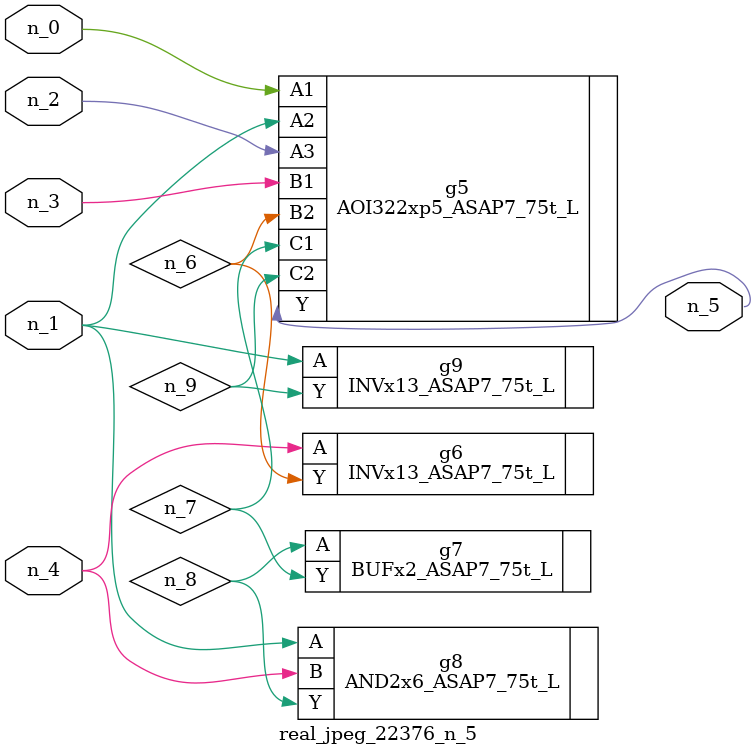
<source format=v>
module real_jpeg_22376_n_5 (n_4, n_0, n_1, n_2, n_3, n_5);

input n_4;
input n_0;
input n_1;
input n_2;
input n_3;

output n_5;

wire n_8;
wire n_6;
wire n_7;
wire n_9;

AOI322xp5_ASAP7_75t_L g5 ( 
.A1(n_0),
.A2(n_1),
.A3(n_2),
.B1(n_3),
.B2(n_6),
.C1(n_7),
.C2(n_9),
.Y(n_5)
);

AND2x6_ASAP7_75t_L g8 ( 
.A(n_1),
.B(n_4),
.Y(n_8)
);

INVx13_ASAP7_75t_L g9 ( 
.A(n_1),
.Y(n_9)
);

INVx13_ASAP7_75t_L g6 ( 
.A(n_4),
.Y(n_6)
);

BUFx2_ASAP7_75t_L g7 ( 
.A(n_8),
.Y(n_7)
);


endmodule
</source>
